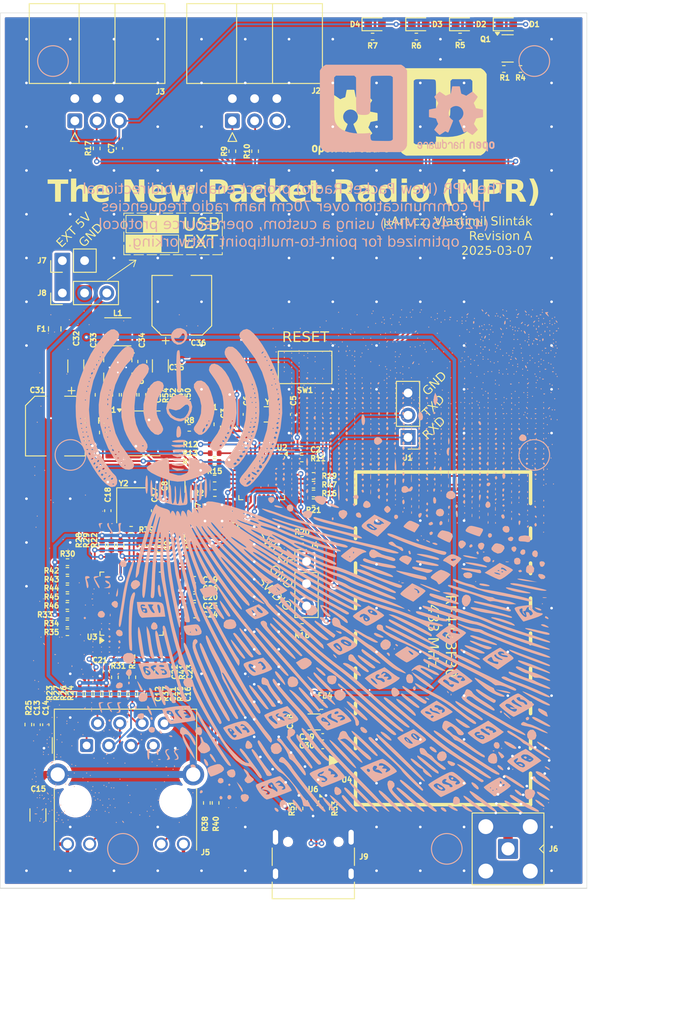
<source format=kicad_pcb>
(kicad_pcb
	(version 20241229)
	(generator "pcbnew")
	(generator_version "9.0")
	(general
		(thickness 1.6)
		(legacy_teardrops no)
	)
	(paper "A4")
	(title_block
		(title "The New Packet Radio (NPR)")
		(date "2025-03-07")
		(rev "A")
		(company "µArt.cz")
		(comment 1 "Vlastimil Slinták")
	)
	(layers
		(0 "F.Cu" signal)
		(2 "B.Cu" signal)
		(9 "F.Adhes" user "F.Adhesive")
		(11 "B.Adhes" user "B.Adhesive")
		(13 "F.Paste" user)
		(15 "B.Paste" user)
		(5 "F.SilkS" user "F.Silkscreen")
		(7 "B.SilkS" user "B.Silkscreen")
		(1 "F.Mask" user)
		(3 "B.Mask" user)
		(17 "Dwgs.User" user "User.Drawings")
		(19 "Cmts.User" user "User.Comments")
		(21 "Eco1.User" user "User.Eco1")
		(23 "Eco2.User" user "User.Eco2")
		(25 "Edge.Cuts" user)
		(27 "Margin" user)
		(31 "F.CrtYd" user "F.Courtyard")
		(29 "B.CrtYd" user "B.Courtyard")
		(35 "F.Fab" user)
		(33 "B.Fab" user)
		(39 "User.1" user)
		(41 "User.2" user)
		(43 "User.3" user)
		(45 "User.4" user)
	)
	(setup
		(pad_to_mask_clearance 0)
		(allow_soldermask_bridges_in_footprints no)
		(tenting front back)
		(aux_axis_origin 183.225 135.75)
		(grid_origin 183.225 135.75)
		(pcbplotparams
			(layerselection 0x00000000_00000000_55555555_5755f5ff)
			(plot_on_all_layers_selection 0x00000000_00000000_00000000_00000000)
			(disableapertmacros no)
			(usegerberextensions no)
			(usegerberattributes yes)
			(usegerberadvancedattributes yes)
			(creategerberjobfile yes)
			(dashed_line_dash_ratio 12.000000)
			(dashed_line_gap_ratio 3.000000)
			(svgprecision 4)
			(plotframeref no)
			(mode 1)
			(useauxorigin no)
			(hpglpennumber 1)
			(hpglpenspeed 20)
			(hpglpendiameter 15.000000)
			(pdf_front_fp_property_popups yes)
			(pdf_back_fp_property_popups yes)
			(pdf_metadata yes)
			(pdf_single_document no)
			(dxfpolygonmode yes)
			(dxfimperialunits yes)
			(dxfusepcbnewfont yes)
			(psnegative no)
			(psa4output no)
			(plot_black_and_white yes)
			(plotinvisibletext no)
			(sketchpadsonfab no)
			(plotpadnumbers no)
			(hidednponfab no)
			(sketchdnponfab yes)
			(crossoutdnponfab yes)
			(subtractmaskfromsilk no)
			(outputformat 1)
			(mirror no)
			(drillshape 1)
			(scaleselection 1)
			(outputdirectory "")
		)
	)
	(net 0 "")
	(net 1 "GND")
	(net 2 "+3V3")
	(net 3 "/AVDD")
	(net 4 "Net-(U2-NRST)")
	(net 5 "Net-(U2-PC14)")
	(net 6 "Net-(U2-PC15)")
	(net 7 "/Ethernet/WZNT_DVCC")
	(net 8 "Net-(J5-RD+)")
	(net 9 "Net-(C11-Pad2)")
	(net 10 "Net-(C12-Pad2)")
	(net 11 "Net-(J5-RD-)")
	(net 12 "Net-(J5-TCT)")
	(net 13 "Net-(J5-RCT)")
	(net 14 "Net-(U3-XI{slash}CLKIN)")
	(net 15 "Net-(U3-XO)")
	(net 16 "Net-(U3-1V2O)")
	(net 17 "Net-(U3-TOCAP)")
	(net 18 "/Ethernet/WZNT_AVCC")
	(net 19 "Net-(U4-VCC)")
	(net 20 "+5V")
	(net 21 "Net-(U5-EN)")
	(net 22 "Net-(D1-K)")
	(net 23 "/LED_RX")
	(net 24 "Net-(D2-K)")
	(net 25 "Net-(D3-K)")
	(net 26 "/LED_CON")
	(net 27 "Net-(D4-K)")
	(net 28 "Net-(J8-Pin_2)")
	(net 29 "/TXD")
	(net 30 "/RXD")
	(net 31 "Net-(J3-Pin_3)")
	(net 32 "Net-(J2-Pin_1)")
	(net 33 "/Ethernet/ACT_LED")
	(net 34 "Net-(J2-Pin_3)")
	(net 35 "unconnected-(J2-Pin_5-Pad5)")
	(net 36 "/Ethernet/LINK_LED")
	(net 37 "Net-(J4-Pin_3)")
	(net 38 "/Power/VBUS")
	(net 39 "Net-(J4-Pin_1)")
	(net 40 "/D+")
	(net 41 "Net-(J5-TD-)")
	(net 42 "unconnected-(J5-NC-Pad7)")
	(net 43 "/D-")
	(net 44 "Net-(J5-TD+)")
	(net 45 "Net-(U5-L2)")
	(net 46 "Net-(U5-L1)")
	(net 47 "Net-(Q1-B)")
	(net 48 "Net-(Q1-E)")
	(net 49 "/LED_TX")
	(net 50 "Net-(U1-SIO1)")
	(net 51 "/SPI1_MISO")
	(net 52 "Net-(U1-SIO3)")
	(net 53 "Net-(U2-PH3)")
	(net 54 "Net-(U2-PA2)")
	(net 55 "/Radio/GPIO_{0}")
	(net 56 "/GPIO_{11}")
	(net 57 "/GPIO_{10}")
	(net 58 "Net-(U2-PA5)")
	(net 59 "/Radio/CLK")
	(net 60 "Net-(U2-PA7)")
	(net 61 "/Radio/MOSI")
	(net 62 "Net-(U2-PB3)")
	(net 63 "/SPI1_CLK")
	(net 64 "Net-(U2-PB5)")
	(net 65 "/SPI1_MOSI")
	(net 66 "Net-(U2-PA13)")
	(net 67 "Net-(U2-PA14)")
	(net 68 "Net-(U2-PA15)")
	(net 69 "Net-(U3-TXN)")
	(net 70 "Net-(U3-TXP)")
	(net 71 "Net-(U3-MISO)")
	(net 72 "Net-(U3-RXN)")
	(net 73 "Net-(U3-RXP)")
	(net 74 "Net-(U3-PMODE2)")
	(net 75 "Net-(U3-PMODE1)")
	(net 76 "Net-(U3-PMODE0)")
	(net 77 "Net-(U3-LINKLED)")
	(net 78 "Net-(U3-ACTLED)")
	(net 79 "Net-(U3-EXRES1)")
	(net 80 "Net-(J7-Pin_1)")
	(net 81 "Net-(J9-CC2)")
	(net 82 "Net-(R42-Pad2)")
	(net 83 "Net-(R43-Pad2)")
	(net 84 "Net-(R44-Pad2)")
	(net 85 "/Radio/MISO")
	(net 86 "Net-(U4-SDO)")
	(net 87 "unconnected-(J9-SBU2-PadB8)")
	(net 88 "Net-(U5-FB)")
	(net 89 "Net-(J9-CC1)")
	(net 90 "/SRAM_CS")
	(net 91 "unconnected-(U1-SIO2-Pad3)")
	(net 92 "/RF_SDN")
	(net 93 "/Radio/~{CS}")
	(net 94 "/RF_INT")
	(net 95 "unconnected-(U3-VBG-Pad18)")
	(net 96 "unconnected-(U3-NC-Pad46)")
	(net 97 "unconnected-(U3-SPDLED-Pad24)")
	(net 98 "unconnected-(U3-DUPLED-Pad26)")
	(net 99 "unconnected-(U3-RSVD-Pad23)")
	(net 100 "unconnected-(U3-NC-Pad47)")
	(net 101 "unconnected-(U3-DNC-Pad7)")
	(net 102 "unconnected-(U3-NC-Pad13)")
	(net 103 "unconnected-(U3-NC-Pad12)")
	(net 104 "unconnected-(J9-SBU1-PadA8)")
	(net 105 "Net-(R45-Pad2)")
	(net 106 "Net-(R46-Pad2)")
	(net 107 "Net-(R49-Pad2)")
	(net 108 "Net-(R52-Pad1)")
	(net 109 "/Ethernet/ETH_GND")
	(net 110 "unconnected-(U4-NC-Pad4)")
	(net 111 "unconnected-(U4-NC-Pad14)")
	(net 112 "unconnected-(U4-NC-Pad3)")
	(net 113 "/Radio/ANT")
	(net 114 "/ETH_INT")
	(net 115 "/Ethernet/~{CS}")
	(net 116 "Net-(U2-PA3)")
	(net 117 "/Ethernet/~{RST}")
	(footprint "Resistor_SMD:R_0402_1005Metric" (layer "F.Cu") (at 137.8 83.15))
	(footprint "Capacitor_SMD:C_1206_3216Metric" (layer "F.Cu") (at 124.8375 76.1 -90))
	(footprint "Resistor_SMD:R_0402_1005Metric" (layer "F.Cu") (at 131.16 94.8))
	(footprint "Resistor_SMD:R_0402_1005Metric" (layer "F.Cu") (at 140.81 126.005 -90))
	(footprint "Capacitor_SMD:C_0402_1005Metric" (layer "F.Cu") (at 128.4315 79.36 -90))
	(footprint "Button_Switch_SMD:SW_SPST_CK_RS282G05A3" (layer "F.Cu") (at 151.0375 76.25 180))
	(footprint "Connector_PinHeader_2.54mm:PinHeader_1x03_P2.54mm_Vertical" (layer "F.Cu") (at 151.2 98.41))
	(footprint "Resistor_SMD:R_0402_1005Metric" (layer "F.Cu") (at 153.445 126.64 90))
	(footprint "Capacitor_SMD:C_0402_1005Metric" (layer "F.Cu") (at 133.245 111.03 -90))
	(footprint "Resistor_SMD:R_0402_1005Metric" (layer "F.Cu") (at 150.69 95.95))
	(footprint "Capacitor_SMD:C_0402_1005Metric" (layer "F.Cu") (at 133.445 96.62 90))
	(footprint "Inductor_SMD:L_Taiyo-Yuden_MD-3030" (layer "F.Cu") (at 129.6375 72.18 180))
	(footprint "Resistor_SMD:R_0402_1005Metric" (layer "F.Cu") (at 130.4295 79.38 90))
	(footprint "Capacitor_SMD:C_0402_1005Metric" (layer "F.Cu") (at 121.41 117.07 90))
	(footprint "Resistor_SMD:R_0402_1005Metric" (layer "F.Cu") (at 150.395 126.64 90))
	(footprint "Resistor_SMD:R_0402_1005Metric" (layer "F.Cu") (at 173.7475 42.156183))
	(footprint "Capacitor_SMD:C_0402_1005Metric" (layer "F.Cu") (at 132.445 96.62 90))
	(footprint "Connector_PinHeader_2.54mm:PinHeader_1x02_P2.54mm_Vertical" (layer "F.Cu") (at 123.3 64.05 90))
	(footprint "Connector_Coaxial:SMA_Amphenol_901-143_Horizontal" (layer "F.Cu") (at 174.225 131.25 180))
	(footprint "Capacitor_SMD:C_1206_3216Metric" (layer "F.Cu") (at 134.5 76.075 -90))
	(footprint "Resistor_SMD:R_0402_1005Metric" (layer "F.Cu") (at 140.7 87.05))
	(footprint "Resistor_SMD:R_0402_1005Metric" (layer "F.Cu") (at 140.725 90.6 180))
	(footprint "Resistor_SMD:R_0402_1005Metric" (layer "F.Cu") (at 123.885 100.5))
	(footprint "Resistor_SMD:R_0402_1005Metric" (layer "F.Cu") (at 150.65 86.65 180))
	(footprint "Resistor_SMD:R_0402_1005Metric" (layer "F.Cu") (at 131.4335 79.38 -90))
	(footprint "Capacitor_SMD:C_0603_1608Metric" (layer "F.Cu") (at 126.8275 75.5 -90))
	(footprint "Capacitor_SMD:C_0402_1005Metric" (layer "F.Cu") (at 131.29875 113.57 90))
	(footprint "Capacitor_SMD:C_0402_1005Metric" (layer "F.Cu") (at 133.845 92.62 90))
	(footprint "Inductor_SMD:L_0603_1608Metric" (layer "F.Cu") (at 137.545 93.8 -90))
	(footprint "Capacitor_SMD:C_0402_1005Metric" (layer "F.Cu") (at 153.05 119.45 180))
	(footprint "Fuse:Fuse_0805_2012Metric" (layer "F.Cu") (at 122.4275 71.85 90))
	(footprint "Capacitor_SMD:C_0402_1005Metric" (layer "F.Cu") (at 143.025 92.93 -90))
	(footprint "Resistor_SMD:R_0402_1005Metric" (layer "F.Cu") (at 132.284375 113.55 -90))
	(footprint "Capacitor_SMD:C_0402_1005Metric" (layer "F.Cu") (at 135.245 111.03 -90))
	(footprint "Resistor_SMD:R_0402_1005Metric" (layer "F.Cu") (at 127.845 96.6 90))
	(footprint "Resistor_SMD:R_0402_1005Metric" (layer "F.Cu") (at 123.885 98.5 180))
	(footprint "Capacitor_SMD:C_0402_1005Metric" (layer "F.Cu") (at 138.81 94.27 90))
	(footprint "Resistor_SMD:R_0402_1005Metric" (layer "F.Cu") (at 127.30625 113.55 90))
	(footprint "Resistor_SMD:R_0402_1005Metric" (layer "F.Cu") (at 128.311875 113.55 -90))
	(footprint "Resistor_SMD:R_0402_1005Metric" (layer "F.Cu") (at 168.7475 38.45))
	(footprint "Resistor_SMD:R_0402_1005Metric" (layer "F.Cu") (at 125.295 113.55 -90))
	(footprint "Resistor_SMD:R_0402_1005Metric" (layer "F.Cu") (at 140.7 85.05 180))
	(footprint "Resistor_SMD:R_0402_1005Metric" (layer "F.Cu") (at 123.875 99.5))
	(footprint "Package_TO_SOT_SMD:SOT-23"
		(layer "F.Cu")
		(uuid "6155e968-6f2d-43f1-a0fc-07642f761a3d")
		(at 174.175 39.806183)
		(descr "SOT, 3 Pin (JEDEC TO-236 Var AB https://www.jedec.org/document_search?search_api_views_fulltext=TO-236), generated with kicad-footprint-generator ipc_gullwing_generator.py")
		(tags "SOT TO_SOT_SMD")
		(property "Reference" "Q1"
			(at -2.525 -1.05 0)
			(layer "F.SilkS")
			(uuid "4714b3f7-6669-4203-b4d8-e3b281c9c6aa")
			(effects
				(font
					(size 0.6 0.6)
					(thickness 0.15)
				)
			)
		)
		(property "Value" "BC847"
			(at 0 2.4 0)
			(layer "F.Fab")
			(uuid "03b3d5b4-4f5a-4701-bdbd-dfc191909c98")
			(effects
				(font
					(size 1 1)
					(thickness 0.15)
				)
			)
		)
		(property "Datasheet" "https://ngspice.sourceforge.io/docs/ngspice-html-manual/manual.xhtml#cha_BJTs"
			(at 0 0 0)
			(layer "F.Fab")
			(hide yes)
			(uuid "78d42c8c-289b-43a5-b2cf-3b1635b8f8eb")
			(effects
				(font
					(size 1.27 1.27)
					(thickness 0.15)
				)
			)
		)
		(property "Description" "Bipolar transistor symbol for simulation only, substrate tied to the emitter"
			(at 0 0 0)
			(layer "F.Fab")
			(hide yes)
			(uuid "cc5a6092-4b20-41aa-9fd3-ec9d3481f8a2")
			(effects
				(font
					(size 1.27 1.27)
					(thickness 0.15)
				)
			)
		)
		(property "Sim.Device" "NPN"
			(at 0 0 0)
			(unlocked yes)
			(layer "F.Fab")
			(hide yes)
			(uuid "5017dcbc-f0be-499e-91bb-419a24b7e483")
			(effects
				(font
					(size 1 1)
					(thickness 0.15)
				)
			)
		)
		(property "Sim.Type" "GUMMELPOON"
			(at 0 0 0)
			(unlocked yes)
			(layer "F.Fab")
			(hide yes)
			(uuid "5a7b101f-94f4-4609-aae1-c38198b8a179")
			(effects
				(font
					(size 1 1)
					(thickness 0.15)
				)
			)
		)
		(property "Sim.Pins" "1=C 2=B 3=E"
			(at 0 0 0)
			(unlocked yes)
			(layer "F.Fab")
			(hide yes)
			(uuid "75c480f4-1c62-45dc-a830-7210057c1091")
			(effects
				(font
					(size 1 1)
					(thickness 0.15)
				)
			)
		)
		(property "LCSC" "C57668"
			(at 0 0 0)
			(unlocked yes)
			(layer "F.Fab")
			(hide yes)
			(uuid "8fed2b85-ab1b-490d-a714-bdf7c3dce9dd")
			(effects
				(font
					(size 1 1)
					(thickness 0.15)
				)
			)
		)
		(path "/21d657dd-5f14-4b35-95b9-97c42cdce2a3")
		(sheetname "/")
		(sheetfile "npr-revA.kicad_sch")
		(attr 
... [2222130 chars truncated]
</source>
